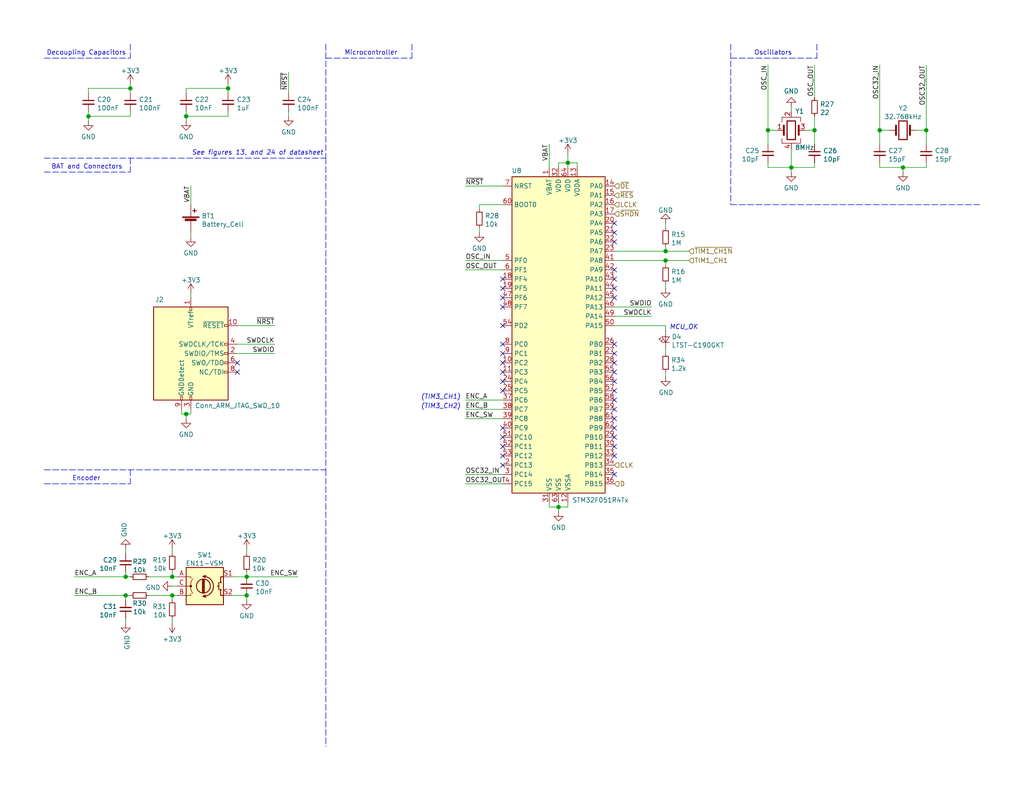
<source format=kicad_sch>
(kicad_sch (version 20210126) (generator eeschema)
  (paper "USLetter")
  (title_block (title "Nixie Clock - Microcontroller") (date "2021-06-06") (rev "20210606") (company "Bastian de Byl") (comment 1 "QC: OK"))
  (lib_symbols
    (symbol "Connector:Conn_ARM_JTAG_SWD_10" (pin_names (offset 1.016))
      (property "Reference" "J" (at -2.54 16.51 0))
      (property "Value" "Conn_ARM_JTAG_SWD_10" (at -2.54 13.97 0))
      (symbol "Conn_ARM_JTAG_SWD_10_0_1"
        (rectangle (start -2.794 -12.7) (end -2.286 -11.684))
        (rectangle (start -0.254 -12.7) (end 0.254 -11.684))
        (rectangle (start -0.254 12.7) (end 0.254 11.684))
        (rectangle (start 9.144 2.286) (end 10.16 2.794))
        (rectangle (start 10.16 -2.794) (end 9.144 -2.286))
        (rectangle (start 10.16 -0.254) (end 9.144 0.254))
        (rectangle (start 10.16 7.874) (end 9.144 7.366))
        (rectangle (start -10.16 12.7) (end 10.16 -12.7) (stroke (width 0.254)) (fill (type background)))
      )
      (symbol "Conn_ARM_JTAG_SWD_10_1_1"
        (rectangle (start 9.144 -5.334) (end 10.16 -4.826))
        (pin power_in line (at 0 15.24 270) (length 2.54) (name "VTref") (number "1"))
        (pin open_collector line (at 12.7 7.62 180) (length 2.54) (name "~RESET~") (number "10"))
        (pin bidirectional line (at 12.7 0 180) (length 2.54) (name "SWDIO/TMS") (number "2"))
        (pin power_in line (at 0 -15.24 90) (length 2.54) (name "GND") (number "3"))
        (pin output line (at 12.7 2.54 180) (length 2.54) (name "SWDCLK/TCK") (number "4"))
        (pin passive line (at 0 -15.24 90) (length 2.54) hide (name "GND") (number "5"))
        (pin input line (at 12.7 -2.54 180) (length 2.54) (name "SWO/TDO") (number "6"))
        (pin no_connect line (at -10.16 0 0) (length 2.54) hide (name "KEY") (number "7"))
        (pin output line (at 12.7 -5.08 180) (length 2.54) (name "NC/TDI") (number "8"))
        (pin passive line (at -2.54 -15.24 90) (length 2.54) (name "GNDDetect") (number "9"))
      )
    )
    (symbol "Device:Battery_Cell" (pin_numbers hide) (pin_names (offset 0) hide)
      (property "Reference" "BT" (at 2.54 2.54 0))
      (property "Value" "Battery_Cell" (at 2.54 0 0))
      (symbol "Battery_Cell_0_1"
        (rectangle (start -2.286 1.778) (end 2.286 1.524) (fill (type outline)))
        (rectangle (start -1.5748 1.1938) (end 1.4732 0.6858) (fill (type outline)))
        (polyline (pts (xy 0 0.762) (xy 0 0)))
        (polyline (pts (xy 0 1.778) (xy 0 2.54)))
        (polyline (pts (xy 0.508 3.429) (xy 1.524 3.429)) (stroke (width 0.254)))
        (polyline (pts (xy 1.016 3.937) (xy 1.016 2.921)) (stroke (width 0.254)))
      )
      (symbol "Battery_Cell_1_1"
        (pin passive line (at 0 5.08 270) (length 2.54) (name "+") (number "1"))
        (pin passive line (at 0 -2.54 90) (length 2.54) (name "-") (number "2"))
      )
    )
    (symbol "Device:C_Small" (pin_numbers hide) (pin_names (offset 0.254) hide)
      (property "Reference" "C" (at 0.254 1.778 0))
      (property "Value" "C_Small" (at 0.254 -2.032 0))
      (symbol "C_Small_0_1"
        (polyline (pts (xy -1.524 -0.508) (xy 1.524 -0.508)) (stroke (width 0.3302)))
        (polyline (pts (xy -1.524 0.508) (xy 1.524 0.508)) (stroke (width 0.3048)))
      )
      (symbol "C_Small_1_1"
        (pin passive line (at 0 2.54 270) (length 2.032) (name "~") (number "1"))
        (pin passive line (at 0 -2.54 90) (length 2.032) (name "~") (number "2"))
      )
    )
    (symbol "Device:Crystal" (pin_numbers hide) (pin_names (offset 1.016) hide)
      (property "Reference" "Y" (at 0 3.81 0))
      (property "Value" "Crystal" (at 0 -3.81 0))
      (symbol "Crystal_0_1"
        (rectangle (start -1.143 2.54) (end 1.143 -2.54) (stroke (width 0.3048)))
        (polyline (pts (xy -2.54 0) (xy -1.905 0)))
        (polyline (pts (xy -1.905 -1.27) (xy -1.905 1.27)) (stroke (width 0.508)))
        (polyline (pts (xy 1.905 -1.27) (xy 1.905 1.27)) (stroke (width 0.508)))
        (polyline (pts (xy 2.54 0) (xy 1.905 0)))
      )
      (symbol "Crystal_1_1"
        (pin passive line (at -3.81 0 0) (length 1.27) (name "1") (number "1"))
        (pin passive line (at 3.81 0 180) (length 1.27) (name "2") (number "2"))
      )
    )
    (symbol "Device:Crystal_GND24" (pin_names (offset 1.016) hide)
      (property "Reference" "Y" (at 3.175 5.08 0))
      (property "Value" "Crystal_GND24" (at 3.175 3.175 0))
      (symbol "Crystal_GND24_0_1"
        (rectangle (start -1.143 2.54) (end 1.143 -2.54) (stroke (width 0.3048)))
        (polyline (pts (xy -2.54 0) (xy -2.032 0)))
        (polyline (pts (xy -2.032 -1.27) (xy -2.032 1.27)) (stroke (width 0.508)))
        (polyline (pts (xy 0 -3.81) (xy 0 -3.556)))
        (polyline (pts (xy 0 3.556) (xy 0 3.81)))
        (polyline (pts (xy 2.032 -1.27) (xy 2.032 1.27)) (stroke (width 0.508)))
        (polyline (pts (xy 2.032 0) (xy 2.54 0)))
        (polyline (pts (xy -2.54 -2.286) (xy -2.54 -3.556) (xy 2.54 -3.556) (xy 2.54 -2.286)))
        (polyline (pts (xy -2.54 2.286) (xy -2.54 3.556) (xy 2.54 3.556) (xy 2.54 2.286)))
      )
      (symbol "Crystal_GND24_1_1"
        (pin passive line (at -3.81 0 0) (length 1.27) (name "1") (number "1"))
        (pin passive line (at 0 5.08 270) (length 1.27) (name "2") (number "2"))
        (pin passive line (at 3.81 0 180) (length 1.27) (name "3") (number "3"))
        (pin passive line (at 0 -5.08 90) (length 1.27) (name "4") (number "4"))
      )
    )
    (symbol "Device:LED_Small" (pin_numbers hide) (pin_names (offset 0.254) hide)
      (property "Reference" "D" (at -1.27 3.175 0))
      (property "Value" "LED_Small" (at -4.445 -2.54 0))
      (symbol "LED_Small_0_1"
        (polyline (pts (xy -0.762 -1.016) (xy -0.762 1.016)))
        (polyline (pts (xy 1.016 0) (xy -0.762 0)))
        (polyline (pts (xy 0.762 -1.016) (xy -0.762 0) (xy 0.762 1.016) (xy 0.762 -1.016)))
        (polyline (pts (xy 0 0.762) (xy -0.508 1.27) (xy -0.254 1.27) (xy -0.508 1.27) (xy -0.508 1.016)))
        (polyline (pts (xy 0.508 1.27) (xy 0 1.778) (xy 0.254 1.778) (xy 0 1.778) (xy 0 1.524)))
      )
      (symbol "LED_Small_1_1"
        (pin passive line (at -2.54 0 0) (length 1.778) (name "K") (number "1"))
        (pin passive line (at 2.54 0 180) (length 1.778) (name "A") (number "2"))
      )
    )
    (symbol "Device:R_Small" (pin_numbers hide) (pin_names (offset 0.254) hide)
      (property "Reference" "R" (at 0.762 0.508 0))
      (property "Value" "R_Small" (at 0.762 -1.016 0))
      (symbol "R_Small_0_1"
        (rectangle (start -0.762 1.778) (end 0.762 -1.778) (stroke (width 0.2032)))
      )
      (symbol "R_Small_1_1"
        (pin passive line (at 0 2.54 270) (length 0.762) (name "~") (number "1"))
        (pin passive line (at 0 -2.54 90) (length 0.762) (name "~") (number "2"))
      )
    )
    (symbol "Device:Rotary_Encoder_Switch" (pin_names (offset 0.254) hide)
      (property "Reference" "SW" (at 0 6.604 0))
      (property "Value" "Rotary_Encoder_Switch" (at 0 -6.604 0))
      (symbol "Rotary_Encoder_Switch_0_1"
        (arc (start -0.381 -2.794) (end -0.381 2.667) (radius (at -0.381 -0.0508) (length 2.7432) (angles -89.9 89.9)) (stroke (width 0.254)))
        (circle (center -0.381 0) (radius 1.905) (stroke (width 0.254)))
        (circle (center 4.318 -1.016) (radius 0.127) (stroke (width 0.254)))
        (circle (center 4.318 1.016) (radius 0.127) (stroke (width 0.254)))
        (circle (center -3.81 0) (radius 0.254) (fill (type outline)))
        (rectangle (start -5.08 5.08) (end 5.08 -5.08) (stroke (width 0.254)) (fill (type background)))
        (polyline (pts (xy -0.635 -1.778) (xy -0.635 1.778)) (stroke (width 0.254)))
        (polyline (pts (xy -0.381 -1.778) (xy -0.381 1.778)) (stroke (width 0.254)))
        (polyline (pts (xy -0.127 1.778) (xy -0.127 -1.778)) (stroke (width 0.254)))
        (polyline (pts (xy 3.81 0) (xy 3.429 0)) (stroke (width 0.254)))
        (polyline (pts (xy 3.81 1.016) (xy 3.81 -1.016)) (stroke (width 0.254)))
        (polyline (pts (xy -5.08 -2.54) (xy -3.81 -2.54) (xy -3.81 -2.032)))
        (polyline (pts (xy -5.08 2.54) (xy -3.81 2.54) (xy -3.81 2.032)))
        (polyline (pts (xy 0.254 -3.048) (xy -0.508 -2.794) (xy 0.127 -2.413)) (stroke (width 0.254)))
        (polyline (pts (xy 0.254 2.921) (xy -0.508 2.667) (xy 0.127 2.286)) (stroke (width 0.254)))
        (polyline (pts (xy 5.08 -2.54) (xy 4.318 -2.54) (xy 4.318 -1.016)) (stroke (width 0.254)))
        (polyline (pts (xy 5.08 2.54) (xy 4.318 2.54) (xy 4.318 1.016)) (stroke (width 0.254)))
        (polyline (pts (xy -5.08 0) (xy -3.81 0) (xy -3.81 -1.016) (xy -3.302 -2.032)))
        (polyline (pts (xy -4.318 0) (xy -3.81 0) (xy -3.81 1.016) (xy -3.302 2.032)))
      )
      (symbol "Rotary_Encoder_Switch_1_1"
        (pin passive line (at -7.62 2.54 0) (length 2.54) (name "A") (number "A"))
        (pin passive line (at -7.62 -2.54 0) (length 2.54) (name "B") (number "B"))
        (pin passive line (at -7.62 0 0) (length 2.54) (name "C") (number "C"))
        (pin passive line (at 7.62 2.54 180) (length 2.54) (name "S1") (number "S1"))
        (pin passive line (at 7.62 -2.54 180) (length 2.54) (name "S2") (number "S2"))
      )
    )
    (symbol "MCU_ST_STM32F0:STM32F051R4Tx"
      (property "Reference" "U" (at -12.7 44.45 0))
      (property "Value" "STM32F051R4Tx" (at 7.62 44.45 0))
      (symbol "STM32F051R4Tx_0_1"
        (rectangle (start -12.7 -43.18) (end 12.7 43.18) (stroke (width 0.254)) (fill (type background)))
      )
      (symbol "STM32F051R4Tx_1_1"
        (pin power_in line (at -2.54 45.72 270) (length 2.54) (name "VBAT") (number "1"))
        (pin bidirectional line (at -15.24 -7.62 0) (length 2.54) (name "PC2") (number "10"))
        (pin bidirectional line (at -15.24 -10.16 0) (length 2.54) (name "PC3") (number "11"))
        (pin power_in line (at 2.54 -45.72 90) (length 2.54) (name "VSSA") (number "12"))
        (pin power_in line (at 5.08 45.72 270) (length 2.54) (name "VDDA") (number "13"))
        (pin bidirectional line (at 15.24 40.64 180) (length 2.54) (name "PA0") (number "14"))
        (pin bidirectional line (at 15.24 38.1 180) (length 2.54) (name "PA1") (number "15"))
        (pin bidirectional line (at 15.24 35.56 180) (length 2.54) (name "PA2") (number "16"))
        (pin bidirectional line (at 15.24 33.02 180) (length 2.54) (name "PA3") (number "17"))
        (pin bidirectional line (at -15.24 15.24 0) (length 2.54) (name "PF4") (number "18"))
        (pin bidirectional line (at -15.24 12.7 0) (length 2.54) (name "PF5") (number "19"))
        (pin bidirectional line (at -15.24 -35.56 0) (length 2.54) (name "PC13") (number "2"))
        (pin bidirectional line (at 15.24 30.48 180) (length 2.54) (name "PA4") (number "20"))
        (pin bidirectional line (at 15.24 27.94 180) (length 2.54) (name "PA5") (number "21"))
        (pin bidirectional line (at 15.24 25.4 180) (length 2.54) (name "PA6") (number "22"))
        (pin bidirectional line (at 15.24 22.86 180) (length 2.54) (name "PA7") (number "23"))
        (pin bidirectional line (at -15.24 -12.7 0) (length 2.54) (name "PC4") (number "24"))
        (pin bidirectional line (at -15.24 -15.24 0) (length 2.54) (name "PC5") (number "25"))
        (pin bidirectional line (at 15.24 -2.54 180) (length 2.54) (name "PB0") (number "26"))
        (pin bidirectional line (at 15.24 -5.08 180) (length 2.54) (name "PB1") (number "27"))
        (pin bidirectional line (at 15.24 -7.62 180) (length 2.54) (name "PB2") (number "28"))
        (pin bidirectional line (at 15.24 -27.94 180) (length 2.54) (name "PB10") (number "29"))
        (pin bidirectional line (at -15.24 -38.1 0) (length 2.54) (name "PC14") (number "3"))
        (pin bidirectional line (at 15.24 -30.48 180) (length 2.54) (name "PB11") (number "30"))
        (pin power_in line (at -2.54 -45.72 90) (length 2.54) (name "VSS") (number "31"))
        (pin power_in line (at 0 45.72 270) (length 2.54) (name "VDD") (number "32"))
        (pin bidirectional line (at 15.24 -33.02 180) (length 2.54) (name "PB12") (number "33"))
        (pin bidirectional line (at 15.24 -35.56 180) (length 2.54) (name "PB13") (number "34"))
        (pin bidirectional line (at 15.24 -38.1 180) (length 2.54) (name "PB14") (number "35"))
        (pin bidirectional line (at 15.24 -40.64 180) (length 2.54) (name "PB15") (number "36"))
        (pin bidirectional line (at -15.24 -17.78 0) (length 2.54) (name "PC6") (number "37"))
        (pin bidirectional line (at -15.24 -20.32 0) (length 2.54) (name "PC7") (number "38"))
        (pin bidirectional line (at -15.24 -22.86 0) (length 2.54) (name "PC8") (number "39"))
        (pin bidirectional line (at -15.24 -40.64 0) (length 2.54) (name "PC15") (number "4"))
        (pin bidirectional line (at -15.24 -25.4 0) (length 2.54) (name "PC9") (number "40"))
        (pin bidirectional line (at 15.24 20.32 180) (length 2.54) (name "PA8") (number "41"))
        (pin bidirectional line (at 15.24 17.78 180) (length 2.54) (name "PA9") (number "42"))
        (pin bidirectional line (at 15.24 15.24 180) (length 2.54) (name "PA10") (number "43"))
        (pin bidirectional line (at 15.24 12.7 180) (length 2.54) (name "PA11") (number "44"))
        (pin bidirectional line (at 15.24 10.16 180) (length 2.54) (name "PA12") (number "45"))
        (pin bidirectional line (at 15.24 7.62 180) (length 2.54) (name "PA13") (number "46"))
        (pin bidirectional line (at -15.24 10.16 0) (length 2.54) (name "PF6") (number "47"))
        (pin bidirectional line (at -15.24 7.62 0) (length 2.54) (name "PF7") (number "48"))
        (pin bidirectional line (at 15.24 5.08 180) (length 2.54) (name "PA14") (number "49"))
        (pin input line (at -15.24 20.32 0) (length 2.54) (name "PF0") (number "5"))
        (pin bidirectional line (at 15.24 2.54 180) (length 2.54) (name "PA15") (number "50"))
        (pin bidirectional line (at -15.24 -27.94 0) (length 2.54) (name "PC10") (number "51"))
        (pin bidirectional line (at -15.24 -30.48 0) (length 2.54) (name "PC11") (number "52"))
        (pin bidirectional line (at -15.24 -33.02 0) (length 2.54) (name "PC12") (number "53"))
        (pin bidirectional line (at -15.24 2.54 0) (length 2.54) (name "PD2") (number "54"))
        (pin bidirectional line (at 15.24 -10.16 180) (length 2.54) (name "PB3") (number "55"))
        (pin bidirectional line (at 15.24 -12.7 180) (length 2.54) (name "PB4") (number "56"))
        (pin bidirectional line (at 15.24 -15.24 180) (length 2.54) (name "PB5") (number "57"))
        (pin bidirectional line (at 15.24 -17.78 180) (length 2.54) (name "PB6") (number "58"))
        (pin bidirectional line (at 15.24 -20.32 180) (length 2.54) (name "PB7") (number "59"))
        (pin input line (at -15.24 17.78 0) (length 2.54) (name "PF1") (number "6"))
        (pin input line (at -15.24 35.56 0) (length 2.54) (name "BOOT0") (number "60"))
        (pin bidirectional line (at 15.24 -22.86 180) (length 2.54) (name "PB8") (number "61"))
        (pin bidirectional line (at 15.24 -25.4 180) (length 2.54) (name "PB9") (number "62"))
        (pin power_in line (at 0 -45.72 90) (length 2.54) (name "VSS") (number "63"))
        (pin power_in line (at 2.54 45.72 270) (length 2.54) (name "VDD") (number "64"))
        (pin input line (at -15.24 40.64 0) (length 2.54) (name "NRST") (number "7"))
        (pin bidirectional line (at -15.24 -2.54 0) (length 2.54) (name "PC0") (number "8"))
        (pin bidirectional line (at -15.24 -5.08 0) (length 2.54) (name "PC1") (number "9"))
      )
    )
    (symbol "power:+3.3V" (power) (pin_names (offset 0))
      (property "Value" "+3.3V" (at 0 3.556 0))
      (symbol "+3.3V_0_1"
        (polyline (pts (xy -0.762 1.27) (xy 0 2.54)))
        (polyline (pts (xy 0 0) (xy 0 2.54)))
        (polyline (pts (xy 0 2.54) (xy 0.762 1.27)))
      )
      (symbol "+3.3V_1_1"
        (pin power_in line (at 0 0 90) (length 0) hide (name "+3V3") (number "1"))
      )
    )
    (symbol "power:GND" (power) (pin_names (offset 0))
      (property "Value" "GND" (at 0 -3.81 0))
      (symbol "GND_0_1"
        (polyline (pts (xy 0 0) (xy 0 -1.27) (xy 1.27 -1.27) (xy 0 -2.54) (xy -1.27 -1.27) (xy 0 -1.27)))
      )
      (symbol "GND_1_1"
        (pin power_in line (at 0 0 270) (length 0) hide (name "GND") (number "1"))
      )
    )
  )
  (junction (at 24.13 31.75) (diameter 1.016))
  (junction (at 34.29 157.48) (diameter 1.016))
  (junction (at 34.29 162.56) (diameter 1.016))
  (junction (at 35.56 24.13) (diameter 1.016))
  (junction (at 46.99 157.48) (diameter 1.016))
  (junction (at 46.99 162.56) (diameter 1.016))
  (junction (at 50.8 31.75) (diameter 1.016))
  (junction (at 50.8 113.03) (diameter 1.016))
  (junction (at 62.23 24.13) (diameter 1.016))
  (junction (at 67.31 157.48) (diameter 1.016))
  (junction (at 67.31 162.56) (diameter 1.016))
  (junction (at 152.4 138.43) (diameter 1.016))
  (junction (at 154.94 44.45) (diameter 1.016))
  (junction (at 181.61 68.58) (diameter 1.016))
  (junction (at 181.61 71.12) (diameter 1.016))
  (junction (at 209.55 35.56) (diameter 1.016))
  (junction (at 215.9 45.72) (diameter 1.016))
  (junction (at 222.25 35.56) (diameter 1.016))
  (junction (at 240.03 35.56) (diameter 1.016))
  (junction (at 246.38 45.72) (diameter 1.016))
  (junction (at 252.73 35.56) (diameter 1.016))
  (no_connect (at 64.77 99.06))
  (no_connect (at 64.77 101.6))
  (no_connect (at 137.16 76.2))
  (no_connect (at 137.16 78.74))
  (no_connect (at 137.16 81.28))
  (no_connect (at 137.16 83.82))
  (no_connect (at 137.16 88.9))
  (no_connect (at 137.16 93.98))
  (no_connect (at 137.16 96.52))
  (no_connect (at 137.16 99.06))
  (no_connect (at 137.16 101.6))
  (no_connect (at 137.16 104.14))
  (no_connect (at 137.16 106.68))
  (no_connect (at 137.16 116.84))
  (no_connect (at 137.16 119.38))
  (no_connect (at 137.16 121.92))
  (no_connect (at 137.16 124.46))
  (no_connect (at 137.16 127))
  (no_connect (at 167.64 60.96))
  (no_connect (at 167.64 63.5))
  (no_connect (at 167.64 66.04))
  (no_connect (at 167.64 73.66))
  (no_connect (at 167.64 76.2))
  (no_connect (at 167.64 78.74))
  (no_connect (at 167.64 81.28))
  (no_connect (at 167.64 93.98))
  (no_connect (at 167.64 96.52))
  (no_connect (at 167.64 99.06))
  (no_connect (at 167.64 101.6))
  (no_connect (at 167.64 104.14))
  (no_connect (at 167.64 106.68))
  (no_connect (at 167.64 109.22))
  (no_connect (at 167.64 111.76))
  (no_connect (at 167.64 114.3))
  (no_connect (at 167.64 116.84))
  (no_connect (at 167.64 119.38))
  (no_connect (at 167.64 121.92))
  (no_connect (at 167.64 124.46))
  (no_connect (at 167.64 129.54))
  (wire (pts (xy 20.32 157.48) (xy 34.29 157.48)))
  (wire (pts (xy 20.32 162.56) (xy 34.29 162.56)))
  (wire (pts (xy 24.13 24.13) (xy 24.13 25.4)))
  (wire (pts (xy 24.13 24.13) (xy 35.56 24.13)))
  (wire (pts (xy 24.13 30.48) (xy 24.13 31.75)))
  (wire (pts (xy 24.13 31.75) (xy 24.13 33.02)))
  (wire (pts (xy 24.13 31.75) (xy 35.56 31.75)))
  (wire (pts (xy 34.29 149.86) (xy 34.29 151.13)))
  (wire (pts (xy 34.29 157.48) (xy 34.29 156.21)))
  (wire (pts (xy 34.29 162.56) (xy 34.29 163.83)))
  (wire (pts (xy 34.29 168.91) (xy 34.29 170.18)))
  (wire (pts (xy 35.56 22.86) (xy 35.56 24.13)))
  (wire (pts (xy 35.56 24.13) (xy 35.56 25.4)))
  (wire (pts (xy 35.56 30.48) (xy 35.56 31.75)))
  (wire (pts (xy 35.56 157.48) (xy 34.29 157.48)))
  (wire (pts (xy 35.56 162.56) (xy 34.29 162.56)))
  (wire (pts (xy 40.64 157.48) (xy 46.99 157.48)))
  (wire (pts (xy 40.64 162.56) (xy 46.99 162.56)))
  (wire (pts (xy 46.99 149.86) (xy 46.99 151.13)))
  (wire (pts (xy 46.99 156.21) (xy 46.99 157.48)))
  (wire (pts (xy 46.99 157.48) (xy 48.26 157.48)))
  (wire (pts (xy 46.99 160.02) (xy 48.26 160.02)))
  (wire (pts (xy 46.99 162.56) (xy 46.99 163.83)))
  (wire (pts (xy 46.99 162.56) (xy 48.26 162.56)))
  (wire (pts (xy 46.99 168.91) (xy 46.99 170.18)))
  (wire (pts (xy 49.53 111.76) (xy 49.53 113.03)))
  (wire (pts (xy 49.53 113.03) (xy 50.8 113.03)))
  (wire (pts (xy 50.8 24.13) (xy 50.8 25.4)))
  (wire (pts (xy 50.8 24.13) (xy 62.23 24.13)))
  (wire (pts (xy 50.8 30.48) (xy 50.8 31.75)))
  (wire (pts (xy 50.8 31.75) (xy 50.8 33.02)))
  (wire (pts (xy 50.8 31.75) (xy 62.23 31.75)))
  (wire (pts (xy 50.8 113.03) (xy 50.8 114.3)))
  (wire (pts (xy 50.8 113.03) (xy 52.07 113.03)))
  (wire (pts (xy 52.07 50.8) (xy 52.07 55.88)))
  (wire (pts (xy 52.07 63.5) (xy 52.07 64.77)))
  (wire (pts (xy 52.07 80.01) (xy 52.07 81.28)))
  (wire (pts (xy 52.07 111.76) (xy 52.07 113.03)))
  (wire (pts (xy 62.23 22.86) (xy 62.23 24.13)))
  (wire (pts (xy 62.23 25.4) (xy 62.23 24.13)))
  (wire (pts (xy 62.23 31.75) (xy 62.23 30.48)))
  (wire (pts (xy 63.5 157.48) (xy 67.31 157.48)))
  (wire (pts (xy 63.5 162.56) (xy 67.31 162.56)))
  (wire (pts (xy 64.77 88.9) (xy 74.93 88.9)))
  (wire (pts (xy 64.77 93.98) (xy 74.93 93.98)))
  (wire (pts (xy 64.77 96.52) (xy 74.93 96.52)))
  (wire (pts (xy 67.31 149.86) (xy 67.31 151.13)))
  (wire (pts (xy 67.31 156.21) (xy 67.31 157.48)))
  (wire (pts (xy 67.31 157.48) (xy 81.28 157.48)))
  (wire (pts (xy 67.31 162.56) (xy 67.31 163.83)))
  (wire (pts (xy 78.74 19.685) (xy 78.74 25.4)))
  (wire (pts (xy 78.74 30.48) (xy 78.74 31.75)))
  (wire (pts (xy 127 50.8) (xy 137.16 50.8)))
  (wire (pts (xy 127 71.12) (xy 137.16 71.12)))
  (wire (pts (xy 127 73.66) (xy 137.16 73.66)))
  (wire (pts (xy 127 109.22) (xy 137.16 109.22)))
  (wire (pts (xy 127 111.76) (xy 137.16 111.76)))
  (wire (pts (xy 127 114.3) (xy 137.16 114.3)))
  (wire (pts (xy 127 129.54) (xy 137.16 129.54)))
  (wire (pts (xy 127 132.08) (xy 137.16 132.08)))
  (wire (pts (xy 130.81 55.88) (xy 137.16 55.88)))
  (wire (pts (xy 130.81 57.15) (xy 130.81 55.88)))
  (wire (pts (xy 130.81 62.23) (xy 130.81 63.5)))
  (wire (pts (xy 149.86 39.37) (xy 149.86 45.72)))
  (wire (pts (xy 149.86 137.16) (xy 149.86 138.43)))
  (wire (pts (xy 149.86 138.43) (xy 152.4 138.43)))
  (wire (pts (xy 152.4 44.45) (xy 154.94 44.45)))
  (wire (pts (xy 152.4 45.72) (xy 152.4 44.45)))
  (wire (pts (xy 152.4 138.43) (xy 152.4 137.16)))
  (wire (pts (xy 152.4 138.43) (xy 152.4 139.7)))
  (wire (pts (xy 154.94 41.91) (xy 154.94 44.45)))
  (wire (pts (xy 154.94 44.45) (xy 154.94 45.72)))
  (wire (pts (xy 154.94 137.16) (xy 154.94 138.43)))
  (wire (pts (xy 154.94 138.43) (xy 152.4 138.43)))
  (wire (pts (xy 157.48 44.45) (xy 154.94 44.45)))
  (wire (pts (xy 157.48 45.72) (xy 157.48 44.45)))
  (wire (pts (xy 167.64 68.58) (xy 181.61 68.58)))
  (wire (pts (xy 167.64 71.12) (xy 181.61 71.12)))
  (wire (pts (xy 167.64 83.82) (xy 177.8 83.82)))
  (wire (pts (xy 167.64 86.36) (xy 177.8 86.36)))
  (wire (pts (xy 167.64 88.9) (xy 181.61 88.9)))
  (wire (pts (xy 181.61 60.96) (xy 181.61 62.23)))
  (wire (pts (xy 181.61 67.31) (xy 181.61 68.58)))
  (wire (pts (xy 181.61 68.58) (xy 187.96 68.58)))
  (wire (pts (xy 181.61 71.12) (xy 181.61 72.39)))
  (wire (pts (xy 181.61 71.12) (xy 187.96 71.12)))
  (wire (pts (xy 181.61 77.47) (xy 181.61 78.74)))
  (wire (pts (xy 181.61 88.9) (xy 181.61 90.17)))
  (wire (pts (xy 181.61 95.25) (xy 181.61 96.52)))
  (wire (pts (xy 181.61 101.6) (xy 181.61 102.87)))
  (wire (pts (xy 209.55 35.56) (xy 209.55 17.78)))
  (wire (pts (xy 209.55 35.56) (xy 209.55 39.37)))
  (wire (pts (xy 209.55 35.56) (xy 212.09 35.56)))
  (wire (pts (xy 209.55 44.45) (xy 209.55 45.72)))
  (wire (pts (xy 209.55 45.72) (xy 215.9 45.72)))
  (wire (pts (xy 215.9 29.21) (xy 215.9 30.48)))
  (wire (pts (xy 215.9 40.64) (xy 215.9 45.72)))
  (wire (pts (xy 215.9 45.72) (xy 215.9 46.99)))
  (wire (pts (xy 215.9 45.72) (xy 222.25 45.72)))
  (wire (pts (xy 219.71 35.56) (xy 222.25 35.56)))
  (wire (pts (xy 222.25 26.67) (xy 222.25 17.78)))
  (wire (pts (xy 222.25 35.56) (xy 222.25 31.75)))
  (wire (pts (xy 222.25 35.56) (xy 222.25 39.37)))
  (wire (pts (xy 222.25 45.72) (xy 222.25 44.45)))
  (wire (pts (xy 240.03 35.56) (xy 240.03 17.78)))
  (wire (pts (xy 240.03 35.56) (xy 240.03 39.37)))
  (wire (pts (xy 240.03 35.56) (xy 242.57 35.56)))
  (wire (pts (xy 240.03 44.45) (xy 240.03 45.72)))
  (wire (pts (xy 240.03 45.72) (xy 246.38 45.72)))
  (wire (pts (xy 246.38 45.72) (xy 246.38 46.99)))
  (wire (pts (xy 246.38 45.72) (xy 252.73 45.72)))
  (wire (pts (xy 250.19 35.56) (xy 252.73 35.56)))
  (wire (pts (xy 252.73 17.78) (xy 252.73 35.56)))
  (wire (pts (xy 252.73 35.56) (xy 252.73 39.37)))
  (wire (pts (xy 252.73 45.72) (xy 252.73 44.45)))
  (polyline (pts (xy 12.065 15.875) (xy 35.56 15.875)) (stroke (width 0.152) (type dash)))
  (polyline (pts (xy 12.065 43.18) (xy 88.9 43.18)) (stroke (width 0.1524) (type dash)))
  (polyline (pts (xy 12.065 46.99) (xy 35.56 46.99)) (stroke (width 0.152) (type dash)))
  (polyline (pts (xy 12.065 128.27) (xy 88.9 128.27)) (stroke (width 0.1524) (type dash)))
  (polyline (pts (xy 12.065 132.08) (xy 35.56 132.08)) (stroke (width 0.152) (type dash)))
  (polyline (pts (xy 35.56 12.065) (xy 35.56 15.875)) (stroke (width 0.152) (type dash)))
  (polyline (pts (xy 35.56 43.18) (xy 35.56 46.99)) (stroke (width 0.152) (type dash)))
  (polyline (pts (xy 35.56 128.27) (xy 35.56 132.08)) (stroke (width 0.152) (type dash)))
  (polyline (pts (xy 88.9 12.065) (xy 88.9 43.18)) (stroke (width 0.1524) (type dash)))
  (polyline (pts (xy 88.9 15.875) (xy 112.395 15.875)) (stroke (width 0.152) (type dash)))
  (polyline (pts (xy 88.9 43.18) (xy 88.9 128.27)) (stroke (width 0.1524) (type dash)))
  (polyline (pts (xy 88.9 128.27) (xy 88.9 203.835)) (stroke (width 0.1524) (type dash)))
  (polyline (pts (xy 112.395 12.065) (xy 112.395 15.875)) (stroke (width 0.152) (type dash)))
  (polyline (pts (xy 199.39 12.065) (xy 199.39 55.88)) (stroke (width 0.1524) (type dash)))
  (polyline (pts (xy 199.39 15.875) (xy 222.885 15.875)) (stroke (width 0.152) (type dash)))
  (polyline (pts (xy 199.39 55.88) (xy 267.335 55.88)) (stroke (width 0.1524) (type dash)))
  (polyline (pts (xy 222.885 12.065) (xy 222.885 15.875)) (stroke (width 0.152) (type dash)))
  (text "Decoupling Capacitors" (at 12.7 15.24 0) (effects (font (size 1.27 1.27)) (justify left bottom)))
  (text "BAT and Connectors" (at 13.97 46.355 0) (effects (font (size 1.27 1.27)) (justify left bottom)))
  (text "Encoder" (at 19.685 131.445 0) (effects (font (size 1.27 1.27)) (justify left bottom)))
  (text "See figures 13, and 24 of datasheet" (at 88.265 42.545 180) (effects (font (size 1.27 1.27) italic) (justify right bottom)))
  (text "Microcontroller" (at 93.98 15.24 0) (effects (font (size 1.27 1.27)) (justify left bottom)))
  (text "(TIM3_CH1)" (at 125.73 109.22 180) (effects (font (size 1.27 1.27) italic) (justify right bottom)))
  (text "(TIM3_CH2)" (at 125.73 111.76 180) (effects (font (size 1.27 1.27) italic) (justify right bottom)))
  (text "MCU_OK" (at 190.5 90.17 180) (effects (font (size 1.27 1.27) italic) (justify right bottom)))
  (text "Oscillators" (at 205.74 15.24 0) (effects (font (size 1.27 1.27)) (justify left bottom)))
  (label "ENC_A" (at 20.32 157.48 0))
  (label "ENC_B" (at 20.32 162.56 0))
  (label "VBAT" (at 52.07 50.8 270) (effects (font italic)))
  (label "~NRST" (at 74.93 88.9 180))
  (label "SWDCLK" (at 74.93 93.98 180))
  (label "SWDIO" (at 74.93 96.52 180))
  (label "~NRST" (at 78.74 19.685 270))
  (label "ENC_SW" (at 81.28 157.48 180))
  (label "~NRST" (at 127 50.8 0))
  (label "OSC_IN" (at 127 71.12 0))
  (label "OSC_OUT" (at 127 73.66 0))
  (label "ENC_A" (at 127 109.22 0))
  (label "ENC_B" (at 127 111.76 0))
  (label "ENC_SW" (at 127 114.3 0))
  (label "OSC32_IN" (at 127 129.54 0))
  (label "OSC32_OUT" (at 127 132.08 0))
  (label "VBAT" (at 149.86 39.37 270))
  (label "SWDIO" (at 177.8 83.82 180))
  (label "SWDCLK" (at 177.8 86.36 180))
  (label "OSC_IN" (at 209.55 17.78 270))
  (label "OSC_OUT" (at 222.25 17.78 270))
  (label "OSC32_IN" (at 240.03 17.78 270))
  (label "OSC32_OUT" (at 252.73 17.78 270))
  (hierarchical_label "~OE" (shape input) (at 167.64 50.8 0))
  (hierarchical_label "~RES" (shape input) (at 167.64 53.34 0))
  (hierarchical_label "LCLK" (shape input) (at 167.64 55.88 0))
  (hierarchical_label "~SHDN" (shape input) (at 167.64 58.42 0))
  (hierarchical_label "CLK" (shape input) (at 167.64 127 0))
  (hierarchical_label "D" (shape input) (at 167.64 132.08 0))
  (hierarchical_label "~TIM1_CH1N" (shape input) (at 187.96 68.58 0))
  (hierarchical_label "TIM1_CH1" (shape input) (at 187.96 71.12 0))
  (symbol (lib_id "power:+3.3V") (at 35.56 22.86 0) (unit 1)
    (property "Reference" "#PWR085" (effects hide))
    (property "Value" "+3.3V" (at 35.56 19.3126 0))
  )
  (symbol (lib_id "power:+3.3V") (at 46.99 149.86 0) (unit 1)
    (property "Reference" "#PWR0103" (effects hide))
    (property "Value" "+3.3V" (at 46.99 146.3126 0))
  )
  (symbol (lib_id "power:+3.3V") (at 46.99 170.18 180) (unit 1)
    (property "Reference" "#PWR0106" (effects hide))
    (property "Value" "+3.3V" (at 46.99 174.5044 0))
  )
  (symbol (lib_id "power:+3.3V") (at 52.07 80.01 0) (unit 1)
    (property "Reference" "#PWR095" (effects hide))
    (property "Value" "+3.3V" (at 52.07 76.4626 0))
  )
  (symbol (lib_id "power:+3.3V") (at 62.23 22.86 0) (unit 1)
    (property "Reference" "#PWR086" (effects hide))
    (property "Value" "+3.3V" (at 62.23 19.3126 0))
  )
  (symbol (lib_id "power:+3.3V") (at 67.31 149.86 0) (unit 1)
    (property "Reference" "#PWR0104" (effects hide))
    (property "Value" "+3.3V" (at 67.31 146.3126 0))
  )
  (symbol (lib_id "power:+3.3V") (at 154.94 41.91 0) (unit 1)
    (property "Reference" "#PWR090" (effects hide))
    (property "Value" "+3.3V" (at 154.94 38.3626 0))
  )
  (symbol (lib_id "power:GND") (at 24.13 33.02 0) (unit 1)
    (property "Reference" "#PWR088" (effects hide))
    (property "Value" "GND" (at 24.13 37.3444 0))
  )
  (symbol (lib_id "power:GND") (at 34.29 149.86 180) (unit 1)
    (property "Reference" "#PWR0108" (effects hide))
    (property "Value" "GND" (at 33.9015 146.685 90) (effects (justify right)))
  )
  (symbol (lib_id "power:GND") (at 34.29 170.18 0) (unit 1)
    (property "Reference" "#PWR0107" (effects hide))
    (property "Value" "GND" (at 34.6785 173.355 90) (effects (justify right)))
  )
  (symbol (lib_id "power:GND") (at 46.99 160.02 270) (unit 1)
    (property "Reference" "#PWR0102" (effects hide))
    (property "Value" "GND" (at 43.815 160.4085 90) (effects (justify right)))
  )
  (symbol (lib_id "power:GND") (at 50.8 33.02 0) (unit 1)
    (property "Reference" "#PWR089" (effects hide))
    (property "Value" "GND" (at 50.8 37.3444 0))
  )
  (symbol (lib_id "power:GND") (at 50.8 114.3 0) (unit 1)
    (property "Reference" "#PWR096" (effects hide))
    (property "Value" "GND" (at 50.8 118.6244 0))
  )
  (symbol (lib_id "power:GND") (at 52.07 64.77 0) (unit 1)
    (property "Reference" "#PWR094" (effects hide))
    (property "Value" "GND" (at 52.07 69.0944 0))
  )
  (symbol (lib_id "power:GND") (at 67.31 163.83 0) (unit 1)
    (property "Reference" "#PWR0105" (effects hide))
    (property "Value" "GND" (at 67.31 168.1544 0))
  )
  (symbol (lib_id "power:GND") (at 78.74 31.75 0) (unit 1)
    (property "Reference" "#PWR087" (effects hide))
    (property "Value" "GND" (at 78.74 36.0744 0))
  )
  (symbol (lib_id "power:GND") (at 130.81 63.5 0) (mirror y) (unit 1)
    (property "Reference" "#PWR093" (effects hide))
    (property "Value" "GND" (at 130.81 67.8244 0))
  )
  (symbol (lib_id "power:GND") (at 152.4 139.7 0) (unit 1)
    (property "Reference" "#PWR097" (effects hide))
    (property "Value" "GND" (at 152.4 144.0244 0))
  )
  (symbol (lib_id "power:GND") (at 181.61 60.96 180) (unit 1)
    (property "Reference" "#PWR098" (effects hide))
    (property "Value" "GND" (at 181.61 57.4126 0))
  )
  (symbol (lib_id "power:GND") (at 181.61 78.74 0) (unit 1)
    (property "Reference" "#PWR099" (effects hide))
    (property "Value" "GND" (at 181.61 83.0644 0))
  )
  (symbol (lib_id "power:GND") (at 181.61 102.87 0) (unit 1)
    (property "Reference" "#PWR028" (effects hide))
    (property "Value" "GND" (at 181.7243 107.1944 0))
  )
  (symbol (lib_id "power:GND") (at 215.9 29.21 180) (unit 1)
    (property "Reference" "#PWR0101" (effects hide))
    (property "Value" "GND" (at 215.9 24.8856 0))
  )
  (symbol (lib_id "power:GND") (at 215.9 46.99 0) (unit 1)
    (property "Reference" "#PWR091" (effects hide))
    (property "Value" "GND" (at 215.9 51.3144 0))
  )
  (symbol (lib_id "power:GND") (at 246.38 46.99 0) (unit 1)
    (property "Reference" "#PWR092" (effects hide))
    (property "Value" "GND" (at 246.38 51.3144 0))
  )
  (symbol (lib_id "Device:R_Small") (at 38.1 157.48 270) (unit 1)
    (property "Reference" "R29" (at 38.1 153.3102 90))
    (property "Value" "10k" (at 38.1 155.6089 90))
    (property "Footprint" "Resistor_SMD:R_0603_1608Metric_Pad1.05x0.95mm_HandSolder" (effects hide))
  )
  (symbol (lib_id "Device:R_Small") (at 38.1 162.56 90) (unit 1)
    (property "Reference" "R30" (at 38.1 164.7402 90))
    (property "Value" "10k" (at 38.1 167.0389 90))
    (property "Footprint" "Resistor_SMD:R_0603_1608Metric_Pad1.05x0.95mm_HandSolder" (effects hide))
  )
  (symbol (lib_id "Device:R_Small") (at 46.99 153.67 0) (unit 1)
    (property "Reference" "R19" (at 45.4913 152.9091 0) (effects (justify right)))
    (property "Value" "10k" (at 45.4913 155.2078 0) (effects (justify right)))
    (property "Footprint" "Resistor_SMD:R_0603_1608Metric_Pad1.05x0.95mm_HandSolder" (effects hide))
  )
  (symbol (lib_id "Device:R_Small") (at 46.99 166.37 0) (unit 1)
    (property "Reference" "R31" (at 45.4913 165.6091 0) (effects (justify right)))
    (property "Value" "10k" (at 45.4913 167.9078 0) (effects (justify right)))
    (property "Footprint" "Resistor_SMD:R_0603_1608Metric_Pad1.05x0.95mm_HandSolder" (effects hide))
  )
  (symbol (lib_id "Device:R_Small") (at 67.31 153.67 0) (mirror y) (unit 1)
    (property "Reference" "R20" (at 68.8087 152.9091 0) (effects (justify right)))
    (property "Value" "10k" (at 68.8087 155.2078 0) (effects (justify right)))
    (property "Footprint" "Resistor_SMD:R_0603_1608Metric_Pad1.05x0.95mm_HandSolder" (effects hide))
  )
  (symbol (lib_id "Device:R_Small") (at 130.81 59.69 180) (unit 1)
    (property "Reference" "R28" (at 132.3087 58.9291 0) (effects (justify right)))
    (property "Value" "10k" (at 132.3087 61.2278 0) (effects (justify right)))
    (property "Footprint" "Resistor_SMD:R_0603_1608Metric_Pad1.05x0.95mm_HandSolder" (effects hide))
  )
  (symbol (lib_id "Device:R_Small") (at 181.61 64.77 0) (unit 1)
    (property "Reference" "R15" (at 183.1087 64.0091 0) (effects (justify left)))
    (property "Value" "1M" (at 183.1087 66.3078 0) (effects (justify left)))
    (property "Footprint" "Resistor_SMD:R_0603_1608Metric_Pad1.05x0.95mm_HandSolder" (effects hide))
  )
  (symbol (lib_id "Device:R_Small") (at 181.61 74.93 0) (unit 1)
    (property "Reference" "R16" (at 183.1087 74.1691 0) (effects (justify left)))
    (property "Value" "1M" (at 183.1087 76.4678 0) (effects (justify left)))
    (property "Footprint" "Resistor_SMD:R_0603_1608Metric_Pad1.05x0.95mm_HandSolder" (effects hide))
  )
  (symbol (lib_id "Device:R_Small") (at 181.61 99.06 0) (unit 1)
    (property "Reference" "R34" (at 183.1087 98.2991 0) (effects (justify left)))
    (property "Value" "1.2k" (at 183.1087 100.5978 0) (effects (justify left)))
    (property "Footprint" "Resistor_SMD:R_0603_1608Metric_Pad1.05x0.95mm_HandSolder" (effects hide))
  )
  (symbol (lib_id "Device:R_Small") (at 222.25 29.21 0) (unit 1)
    (property "Reference" "R27" (at 223.7487 28.4491 0) (effects (justify left)))
    (property "Value" "22" (at 223.7487 30.7478 0) (effects (justify left)))
    (property "Footprint" "Resistor_SMD:R_0603_1608Metric_Pad1.05x0.95mm_HandSolder" (effects hide))
  )
  (symbol (lib_id "Device:LED_Small") (at 181.61 92.71 90) (unit 1)
    (property "Reference" "D4" (at 183.2611 91.9491 90) (effects (justify right)))
    (property "Value" "LTST-C190GKT" (at 183.2611 94.2478 90) (effects (justify right)))
    (property "Footprint" "LED_SMD:LED_0603_1608Metric_Pad1.05x0.95mm_HandSolder" (effects hide))
  )
  (symbol (lib_id "Device:C_Small") (at 24.13 27.94 0) (unit 1)
    (property "Reference" "C20" (at 26.4542 27.1791 0) (effects (justify left)))
    (property "Value" "100nF" (at 26.4542 29.4778 0) (effects (justify left)))
    (property "Footprint" "Capacitor_SMD:C_0603_1608Metric_Pad1.05x0.95mm_HandSolder" (effects hide))
  )
  (symbol (lib_id "Device:C_Small") (at 34.29 153.67 0) (mirror x) (unit 1)
    (property "Reference" "C29" (at 31.9659 152.9091 0) (effects (justify right)))
    (property "Value" "10nF" (at 31.9659 155.2078 0) (effects (justify right)))
    (property "Footprint" "Capacitor_SMD:C_0603_1608Metric_Pad1.05x0.95mm_HandSolder" (effects hide))
  )
  (symbol (lib_id "Device:C_Small") (at 34.29 166.37 0) (mirror x) (unit 1)
    (property "Reference" "C31" (at 31.9659 165.6091 0) (effects (justify right)))
    (property "Value" "10nF" (at 31.9659 167.9078 0) (effects (justify right)))
    (property "Footprint" "Capacitor_SMD:C_0603_1608Metric_Pad1.05x0.95mm_HandSolder" (effects hide))
  )
  (symbol (lib_id "Device:C_Small") (at 35.56 27.94 0) (unit 1)
    (property "Reference" "C21" (at 37.8842 27.1791 0) (effects (justify left)))
    (property "Value" "100nF" (at 37.8842 29.4778 0) (effects (justify left)))
    (property "Footprint" "Capacitor_SMD:C_0603_1608Metric_Pad1.05x0.95mm_HandSolder" (effects hide))
  )
  (symbol (lib_id "Device:C_Small") (at 50.8 27.94 0) (unit 1)
    (property "Reference" "C22" (at 53.1242 27.1791 0) (effects (justify left)))
    (property "Value" "10nF" (at 53.1242 29.4778 0) (effects (justify left)))
    (property "Footprint" "Capacitor_SMD:C_0603_1608Metric_Pad1.05x0.95mm_HandSolder" (effects hide))
  )
  (symbol (lib_id "Device:C_Small") (at 62.23 27.94 0) (unit 1)
    (property "Reference" "C23" (at 64.5542 27.1791 0) (effects (justify left)))
    (property "Value" "1uF" (at 64.5542 29.4778 0) (effects (justify left)))
    (property "Footprint" "Capacitor_SMD:C_0603_1608Metric_Pad1.05x0.95mm_HandSolder" (effects hide))
  )
  (symbol (lib_id "Device:C_Small") (at 67.31 160.02 180) (unit 1)
    (property "Reference" "C30" (at 69.6341 159.2591 0) (effects (justify right)))
    (property "Value" "10nF" (at 69.6341 161.5578 0) (effects (justify right)))
    (property "Footprint" "Capacitor_SMD:C_0603_1608Metric_Pad1.05x0.95mm_HandSolder" (effects hide))
  )
  (symbol (lib_id "Device:C_Small") (at 78.74 27.94 0) (unit 1)
    (property "Reference" "C24" (at 81.0642 27.1791 0) (effects (justify left)))
    (property "Value" "100nF" (at 81.0642 29.4778 0) (effects (justify left)))
    (property "Footprint" "Capacitor_SMD:C_0603_1608Metric_Pad1.05x0.95mm_HandSolder" (effects hide))
  )
  (symbol (lib_id "Device:C_Small") (at 209.55 41.91 0) (mirror y) (unit 1)
    (property "Reference" "C25" (at 207.2258 41.1491 0) (effects (justify left)))
    (property "Value" "10pF" (at 207.2258 43.4478 0) (effects (justify left)))
    (property "Footprint" "Capacitor_SMD:C_0603_1608Metric_Pad1.05x0.95mm_HandSolder" (effects hide))
    (property "Datasheet" "https://www.digikey.com/en/products/detail/samsung-electro-mechanics/CL10C100CB81PNC/3887807" (effects hide))
  )
  (symbol (lib_id "Device:C_Small") (at 222.25 41.91 0) (unit 1)
    (property "Reference" "C26" (at 224.5742 41.1491 0) (effects (justify left)))
    (property "Value" "10pF" (at 224.5742 43.4478 0) (effects (justify left)))
    (property "Footprint" "Capacitor_SMD:C_0603_1608Metric_Pad1.05x0.95mm_HandSolder" (effects hide))
    (property "Datasheet" "https://www.digikey.com/en/products/detail/samsung-electro-mechanics/CL10C100CB81PNC/3887807" (effects hide))
  )
  (symbol (lib_id "Device:C_Small") (at 240.03 41.91 0) (unit 1)
    (property "Reference" "C27" (at 242.3542 41.1491 0) (effects (justify left)))
    (property "Value" "15pF" (at 242.3542 43.4478 0) (effects (justify left)))
    (property "Footprint" "Capacitor_SMD:C_0603_1608Metric_Pad1.05x0.95mm_HandSolder" (effects hide))
  )
  (symbol (lib_id "Device:C_Small") (at 252.73 41.91 0) (unit 1)
    (property "Reference" "C28" (at 255.0542 41.1491 0) (effects (justify left)))
    (property "Value" "15pF" (at 255.0542 43.4478 0) (effects (justify left)))
    (property "Footprint" "Capacitor_SMD:C_0603_1608Metric_Pad1.05x0.95mm_HandSolder" (effects hide))
  )
  (symbol (lib_id "Device:Battery_Cell") (at 52.07 60.96 0) (unit 1)
    (property "Reference" "BT1" (at 54.9911 58.9291 0) (effects (justify left)))
    (property "Value" "Battery_Cell" (at 54.9911 61.2278 0) (effects (justify left)))
    (property "Footprint" "Battery:BatteryHolder_MPD_BK912-1x2032" (effects hide))
  )
  (symbol (lib_id "Device:Crystal") (at 246.38 35.56 0) (unit 1)
    (property "Reference" "Y2" (at 246.38 29.5614 0))
    (property "Value" "32.768kHz" (at 246.38 31.8601 0))
    (property "Footprint" "Crystal:Crystal_SMD_3215-2Pin_3.2x1.5mm" (effects hide))
    (property "Datasheet" "https://www.microcrystal.com/fileadmin/Media/Products/32kHz/Datasheet/CM7V-T1A.pdf" (effects hide))
  )
  (symbol (lib_id "Device:Crystal_GND24") (at 215.9 35.56 0) (unit 1)
    (property "Reference" "Y1" (at 216.9161 30.3541 0) (effects (justify left)))
    (property "Value" "8MHz" (at 216.9161 40.2728 0) (effects (justify left)))
    (property "Footprint" "Crystal:Crystal_SMD_5032-4Pin_5.0x3.2mm" (effects hide))
    (property "Datasheet" "https://www.digikey.com/en/products/detail/abracon-llc/ABM3B-8-000MHZ-10-D-1-G-T/5980052" (effects hide))
  )
  (symbol (lib_id "Device:Rotary_Encoder_Switch") (at 55.88 160.02 0) (unit 1)
    (property "Reference" "SW1" (at 55.88 151.5068 0))
    (property "Value" "EN11-VSM" (at 55.88 153.8055 0))
    (property "Footprint" "Personal:EN11-VSM1AF20" (effects hide))
  )
  (symbol (lib_id "Connector:Conn_ARM_JTAG_SWD_10") (at 52.07 96.52 0) (unit 1)
    (property "Reference" "J2" (at 44.7039 81.7891 0) (effects (justify right)))
    (property "Value" "Conn_ARM_JTAG_SWD_10" (at 76.4539 110.7578 0) (effects (justify right)))
    (property "Footprint" "Connector_PinHeader_2.54mm:PinHeader_2x05_P2.54mm_Vertical_SMD" (effects hide))
    (property "Datasheet" "http://infocenter.arm.com/help/topic/com.arm.doc.ddi0314h/DDI0314H_coresight_components_trm.pdf" (effects hide))
  )
  (symbol (lib_id "MCU_ST_STM32F0:STM32F051R4Tx") (at 152.4 91.44 0) (unit 1)
    (property "Reference" "U8" (at 140.97 46.6154 0))
    (property "Value" "STM32F051R4Tx" (at 163.83 136.5441 0))
    (property "Footprint" "Package_QFP:LQFP-64_10x10mm_P0.5mm" (effects hide))
    (property "Datasheet" "http://www.st.com/st-web-ui/static/active/en/resource/technical/document/datasheet/DM00039193.pdf" (effects hide))
  )
)
</source>
